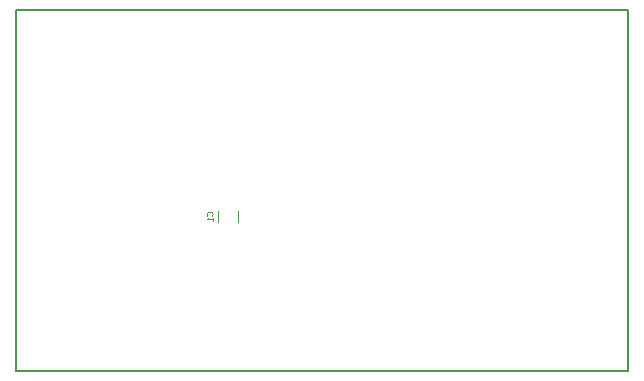
<source format=gbo>
G04 #@! TF.FileFunction,Legend,Bot*
%FSLAX46Y46*%
G04 Gerber Fmt 4.6, Leading zero omitted, Abs format (unit mm)*
G04 Created by KiCad (PCBNEW 4.0.6) date 11/27/17 20:56:59*
%MOMM*%
%LPD*%
G01*
G04 APERTURE LIST*
%ADD10C,0.100000*%
%ADD11C,0.150000*%
%ADD12C,0.120000*%
%ADD13C,0.125000*%
G04 APERTURE END LIST*
D10*
D11*
X197866000Y-107061000D02*
X249682000Y-107061000D01*
X197866000Y-107823000D02*
X197866000Y-107061000D01*
X249682000Y-137668000D02*
X249682000Y-107061000D01*
X197866000Y-137668000D02*
X249682000Y-137668000D01*
X197866000Y-107823000D02*
X197866000Y-137668000D01*
D12*
X214923000Y-125087000D02*
X214923000Y-124087000D01*
X216623000Y-124087000D02*
X216623000Y-125087000D01*
D13*
X214451571Y-124503667D02*
X214475381Y-124479857D01*
X214499190Y-124408429D01*
X214499190Y-124360810D01*
X214475381Y-124289381D01*
X214427762Y-124241762D01*
X214380143Y-124217953D01*
X214284905Y-124194143D01*
X214213476Y-124194143D01*
X214118238Y-124217953D01*
X214070619Y-124241762D01*
X214023000Y-124289381D01*
X213999190Y-124360810D01*
X213999190Y-124408429D01*
X214023000Y-124479857D01*
X214046810Y-124503667D01*
X214499190Y-124979857D02*
X214499190Y-124694143D01*
X214499190Y-124837000D02*
X213999190Y-124837000D01*
X214070619Y-124789381D01*
X214118238Y-124741762D01*
X214142048Y-124694143D01*
M02*

</source>
